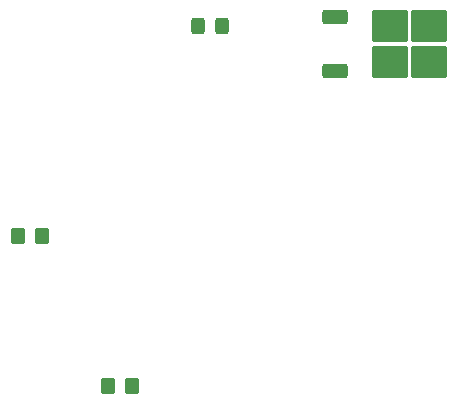
<source format=gbr>
%TF.GenerationSoftware,KiCad,Pcbnew,7.0.10*%
%TF.CreationDate,2024-04-14T18:32:16+10:00*%
%TF.ProjectId,IC Sprayer,49432053-7072-4617-9965-722e6b696361,rev?*%
%TF.SameCoordinates,Original*%
%TF.FileFunction,Paste,Top*%
%TF.FilePolarity,Positive*%
%FSLAX46Y46*%
G04 Gerber Fmt 4.6, Leading zero omitted, Abs format (unit mm)*
G04 Created by KiCad (PCBNEW 7.0.10) date 2024-04-14 18:32:16*
%MOMM*%
%LPD*%
G01*
G04 APERTURE LIST*
G04 Aperture macros list*
%AMRoundRect*
0 Rectangle with rounded corners*
0 $1 Rounding radius*
0 $2 $3 $4 $5 $6 $7 $8 $9 X,Y pos of 4 corners*
0 Add a 4 corners polygon primitive as box body*
4,1,4,$2,$3,$4,$5,$6,$7,$8,$9,$2,$3,0*
0 Add four circle primitives for the rounded corners*
1,1,$1+$1,$2,$3*
1,1,$1+$1,$4,$5*
1,1,$1+$1,$6,$7*
1,1,$1+$1,$8,$9*
0 Add four rect primitives between the rounded corners*
20,1,$1+$1,$2,$3,$4,$5,0*
20,1,$1+$1,$4,$5,$6,$7,0*
20,1,$1+$1,$6,$7,$8,$9,0*
20,1,$1+$1,$8,$9,$2,$3,0*%
G04 Aperture macros list end*
%ADD10RoundRect,0.250000X-0.325000X-0.450000X0.325000X-0.450000X0.325000X0.450000X-0.325000X0.450000X0*%
%ADD11RoundRect,0.250000X-0.350000X-0.450000X0.350000X-0.450000X0.350000X0.450000X-0.350000X0.450000X0*%
%ADD12RoundRect,0.250000X-0.850000X-0.350000X0.850000X-0.350000X0.850000X0.350000X-0.850000X0.350000X0*%
%ADD13RoundRect,0.250000X-1.275000X-1.125000X1.275000X-1.125000X1.275000X1.125000X-1.275000X1.125000X0*%
G04 APERTURE END LIST*
D10*
%TO.C,Diode*%
X169155000Y-76200000D03*
X171205000Y-76200000D03*
%TD*%
D11*
%TO.C,50K*%
X153940000Y-93980000D03*
X155940000Y-93980000D03*
%TD*%
%TO.C,10K*%
X161560000Y-106680000D03*
X163560000Y-106680000D03*
%TD*%
D12*
%TO.C,5V Reg*%
X180795000Y-75445000D03*
D13*
X185420000Y-76200000D03*
X185420000Y-79250000D03*
X188770000Y-76200000D03*
X188770000Y-79250000D03*
D12*
X180795000Y-80005000D03*
%TD*%
M02*

</source>
